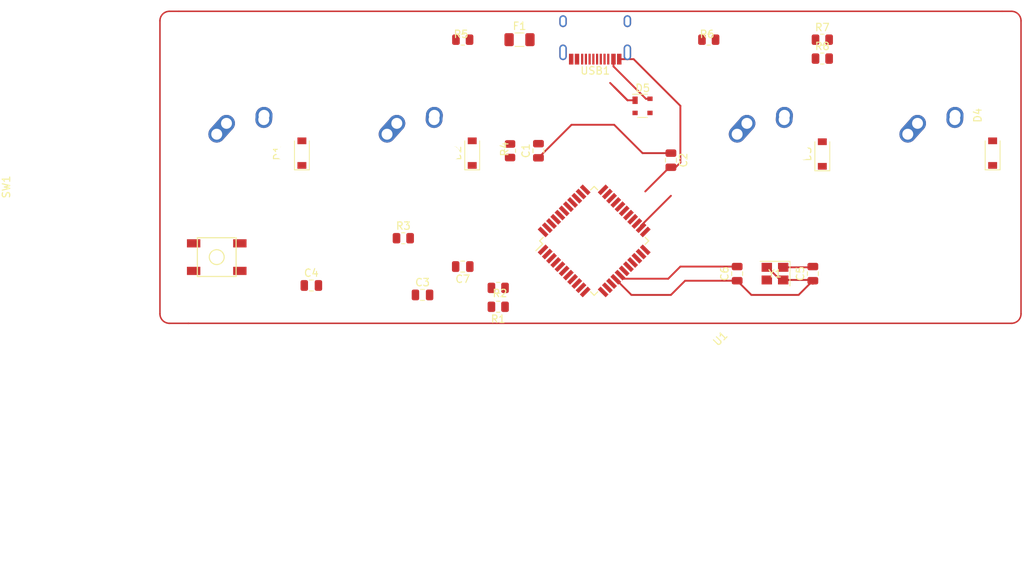
<source format=kicad_pcb>
(kicad_pcb (version 20211014) (generator pcbnew)
  (layers (0 "F.Cu" signal) (31 "B.Cu" signal) (34 "B.Paste" user) (35 "F.Paste" user) (36 "B.SilkS" user "B.Silkscreen") (37 "F.SilkS" user "F.Silkscreen") (38 "B.Mask" user) (39 "F.Mask" user) (44 "Edge.Cuts" user))
  (net 0 "")
  (net 1 "+5V")
  (net 2 "GND")
  (net 3 "Net-(C5-Pad2)")
  (net 4 "Net-(C6-Pad2)")
  (net 5 "Net-(C7-Pad1)")
  (net 6 "ROW0")
  (net 7 "Net-(D1-Pad2)")
  (net 8 "ROW1")
  (net 9 "Net-(D2-Pad2)")
  (net 10 "Net-(D3-Pad2)")
  (net 11 "Net-(D4-Pad2)")
  (net 12 "Net-(D5-Pad2)")
  (net 13 "Net-(D5-Pad3)")
  (net 14 "VCC")
  (net 15 "COL0")
  (net 16 "COL1")
  (net 17 "D-")
  (net 18 "Net-(R1-Pad2)")
  (net 19 "D+")
  (net 20 "Net-(R2-Pad2)")
  (net 23 "Net-(R4-Pad1)")
  (net 24 "Net-(R5-Pad1)")
  (net 25 "Net-(R6-Pad1)")
  (net 26 "Net-(SW1-Pad2)")
  (footprint "Resistor_SMD:R_0805_2012Metric" (layer "F.Cu") (at 144.78 38.1)
    (fp_text reference "R5" (at -0.227064 -0.735) (layer "F.SilkS"))
    (fp_text value "5.1k")
    (fp_line (start -0.227064 -0.735) (end 0.227064 -0.735) (layer "F.SilkS") (width 0.12))
    (fp_line (start -0.227064 0.735) (end 0.227064 0.735) (layer "F.SilkS") (width 0.12))
    (pad "1" smd roundrect (at -0.9125 0) (size 1.025 1.4) (layers "F.Cu" "F.Paste" "F.Mask") (roundrect_rratio 0.243902) (net 24 "Net-(R5-Pad1)"))
    (pad "2" smd roundrect (at 0.9125 0) (size 1.025 1.4) (layers "F.Cu" "F.Paste" "F.Mask") (roundrect_rratio 0.243902) (net 2 "GND"))
  )
  (footprint "Resistor_SMD:R_0805_2012Metric" (layer "F.Cu") (at 149.54 71.44 180)
    (fp_text reference "R2" (at -0.227064 -0.735) (layer "F.SilkS"))
    (fp_text value "22")
    (fp_line (start -0.227064 0.735) (end 0.227064 0.735) (layer "F.SilkS") (width 0.12))
    (fp_line (start -0.227064 -0.735) (end 0.227064 -0.735) (layer "F.SilkS") (width 0.12))
    (pad "1" smd roundrect (at -0.9125 0 180) (size 1.025 1.4) (layers "F.Cu" "F.Paste" "F.Mask") (roundrect_rratio 0.243902) (net 19 "D+"))
    (pad "2" smd roundrect (at 0.9125 0 180) (size 1.025 1.4) (layers "F.Cu" "F.Paste" "F.Mask") (roundrect_rratio 0.243902) (net 20 "Net-(R2-Pad2)"))
  )
  (footprint "Resistor_SMD:R_0805_2012Metric" (layer "F.Cu") (at 177.8 38.1)
    (fp_text reference "R6" (at -0.227064 -0.735 180) (layer "F.SilkS"))
    (fp_text value "5.1k")
    (fp_line (start -0.227064 0.735) (end 0.227064 0.735) (layer "F.SilkS") (width 0.12))
    (fp_line (start -0.227064 -0.735) (end 0.227064 -0.735) (layer "F.SilkS") (width 0.12))
    (pad "1" smd roundrect (at -0.9125 0) (size 1.025 1.4) (layers "F.Cu" "F.Paste" "F.Mask") (roundrect_rratio 0.243902) (net 25 "Net-(R6-Pad1)"))
    (pad "2" smd roundrect (at 0.9125 0) (size 1.025 1.4) (layers "F.Cu" "F.Paste" "F.Mask") (roundrect_rratio 0.243902) (net 2 "GND"))
  )
  (footprint "Diode_SMD:D_SOD-123" (layer "F.Cu") (at 146.05 53.34 90)
    (fp_text reference "D2" (at 0 -2 90) (layer "F.SilkS"))
    (fp_text value "SOD-123")
    (fp_line (start -2.25 -1) (end -2.25 1) (layer "F.SilkS") (width 0.12))
    (fp_line (start -2.25 -1) (end 1.65 -1) (layer "F.SilkS") (width 0.12))
    (fp_line (start -2.25 1) (end 1.65 1) (layer "F.SilkS") (width 0.12))
    (pad "1" smd rect (at -1.65 0 90) (size 0.9 1.2) (layers "F.Cu" "F.Paste" "F.Mask") (net 8 "ROW1"))
    (pad "2" smd rect (at 1.65 0 90) (size 0.9 1.2) (layers "F.Cu" "F.Paste" "F.Mask") (net 9 "Net-(D2-Pad2)"))
  )
  (footprint "Capacitor_SMD:C_0805_2012Metric" (layer "F.Cu") (at 191.77 69.53 90)
    (fp_text reference "C5" (at 0 -1.68 90) (layer "F.SilkS"))
    (fp_text value "22pF")
    (fp_line (start -0.261252 0.735) (end 0.261252 0.735) (layer "F.SilkS") (width 0.12))
    (fp_line (start -0.261252 -0.735) (end 0.261252 -0.735) (layer "F.SilkS") (width 0.12))
    (pad "1" smd roundrect (at -0.95 0 90) (size 1 1.45) (layers "F.Cu" "F.Paste" "F.Mask") (net 2 "GND"))
    (pad "2" smd roundrect (at 0.95 0 90) (size 1 1.45) (layers "F.Cu" "F.Paste" "F.Mask") (net 3 "Net-(C5-Pad2)"))
  )
  (footprint "Capacitor_SMD:C_0805_2012Metric" (layer "F.Cu") (at 144.78 68.58 180)
    (fp_text reference "C7" (at 0 -1.68) (layer "F.SilkS"))
    (fp_text value "1uF")
    (fp_line (start -0.261252 -0.735) (end 0.261252 -0.735) (layer "F.SilkS") (width 0.12))
    (fp_line (start -0.261252 0.735) (end 0.261252 0.735) (layer "F.SilkS") (width 0.12))
    (pad "1" smd roundrect (at -0.95 0 180) (size 1 1.45) (layers "F.Cu" "F.Paste" "F.Mask") (net 5 "Net-(C7-Pad1)"))
    (pad "2" smd roundrect (at 0.95 0 180) (size 1 1.45) (layers "F.Cu" "F.Paste" "F.Mask") (net 2 "GND"))
  )
  (footprint "Diode_SMD:D_SOD-123" (layer "F.Cu") (at 123.19 53.34 90)
    (fp_text reference "D1" (at 0 -3.27 90) (layer "F.SilkS"))
    (fp_text value "SOD-123")
    (fp_line (start -2.25 1) (end 1.65 1) (layer "F.SilkS") (width 0.12))
    (fp_line (start -2.25 -1) (end -2.25 1) (layer "F.SilkS") (width 0.12))
    (fp_line (start -2.25 -1) (end 1.65 -1) (layer "F.SilkS") (width 0.12))
    (pad "1" smd rect (at -1.65 0 90) (size 0.9 1.2) (layers "F.Cu" "F.Paste" "F.Mask") (net 6 "ROW0"))
    (pad "2" smd rect (at 1.65 0 90) (size 0.9 1.2) (layers "F.Cu" "F.Paste" "F.Mask") (net 7 "Net-(D1-Pad2)"))
  )
  (footprint "Capacitor_SMD:C_0805_2012Metric" (layer "F.Cu") (at 124.46 71.12)
    (fp_text reference "C4" (at 0 -1.68) (layer "F.SilkS"))
    (fp_text value "10uF")
    (fp_line (start -0.261252 0.735) (end 0.261252 0.735) (layer "F.SilkS") (width 0.12))
    (fp_line (start -0.261252 -0.735) (end 0.261252 -0.735) (layer "F.SilkS") (width 0.12))
    (pad "1" smd roundrect (at -0.95 0) (size 1 1.45) (layers "F.Cu" "F.Paste" "F.Mask") (net 1 "+5V"))
    (pad "2" smd roundrect (at 0.95 0) (size 1 1.45) (layers "F.Cu" "F.Paste" "F.Mask") (net 2 "GND"))
  )
  (footprint "Fuse:Fuse_1206_3216Metric" (layer "F.Cu") (at 152.4 38.1)
    (fp_text reference "F1" (at 0 -1.82) (layer "F.SilkS"))
    (fp_text value "500m")
    (fp_line (start -0.602064 0.91) (end 0.602064 0.91) (layer "F.SilkS") (width 0.12))
    (fp_line (start -0.602064 -0.91) (end 0.602064 -0.91) (layer "F.SilkS") (width 0.12))
    (pad "1" smd roundrect (at -1.4 0) (size 1.25 1.75) (layers "F.Cu" "F.Paste" "F.Mask") (roundrect_rratio 0.2) (net 14 "VCC"))
    (pad "2" smd roundrect (at 1.4 0) (size 1.25 1.75) (layers "F.Cu" "F.Paste" "F.Mask") (roundrect_rratio 0.2) (net 1 "+5V"))
  )
  (footprint "Diode_SMD:D_SOD-123" (layer "F.Cu") (at 215.9 53.34 90)
    (fp_text reference "D4" (at 5.08 -2 90) (layer "F.SilkS"))
    (fp_text value "SOD-123")
    (fp_line (start -2.25 -1) (end -2.25 1) (layer "F.SilkS") (width 0.12))
    (fp_line (start -2.25 -1) (end 1.65 -1) (layer "F.SilkS") (width 0.12))
    (fp_line (start -2.25 1) (end 1.65 1) (layer "F.SilkS") (width 0.12))
    (pad "1" smd rect (at -1.65 0 90) (size 0.9 1.2) (layers "F.Cu" "F.Paste" "F.Mask") (net 8 "ROW1"))
    (pad "2" smd rect (at 1.65 0 90) (size 0.9 1.2) (layers "F.Cu" "F.Paste" "F.Mask") (net 11 "Net-(D4-Pad2)"))
  )
  (footprint "MX_Alps_Hybrid:MX-1U-NoLED" (layer "F.Cu") (at 185.42 53.34)
    (fp_text reference "MX3")
    (fp_text value "MX-NoLED")
    (pad "" np_thru_hole circle locked (at 5.08 0 48.0996) (size 1.75 1.75) (drill 1.75) (layers *.Cu *.Mask))
    (pad "" np_thru_hole circle locked (at 0 0) (size 3.9878 3.9878) (drill 3.9878) (layers *.Cu *.Mask))
    (pad "" np_thru_hole circle locked (at -5.08 0 48.0996) (size 1.75 1.75) (drill 1.75) (layers *.Cu *.Mask))
    (pad "1" thru_hole oval locked (at -3.81 -2.54 48.0996) (size 4.211556 2.25) (drill 1.47 (offset 0.980778 0)) (layers *.Cu "B.Mask") (net 16 "COL1"))
    (pad "1" thru_hole circle locked (at -2.5 -4) (size 2.25 2.25) (drill 1.47) (layers *.Cu "B.Mask") (net 16 "COL1"))
    (pad "2" thru_hole circle locked (at 2.54 -5.08) (size 2.25 2.25) (drill 1.47) (layers *.Cu "B.Mask") (net 10 "Net-(D3-Pad2)"))
    (pad "2" thru_hole oval locked (at 2.5 -4.5 86.0548) (size 2.831378 2.25) (drill 1.47 (offset 0.290689 0)) (layers *.Cu "B.Mask") (net 10 "Net-(D3-Pad2)"))
  )
  (footprint "Capacitor_SMD:C_0805_2012Metric" (layer "F.Cu") (at 172.72 54.29 -90)
    (fp_text reference "C2" (at 0 -1.68 90) (layer "F.SilkS"))
    (fp_text value "0.1uF")
    (fp_line (start -0.261252 -0.735) (end 0.261252 -0.735) (layer "F.SilkS") (width 0.12))
    (fp_line (start -0.261252 0.735) (end 0.261252 0.735) (layer "F.SilkS") (width 0.12))
    (pad "1" smd roundrect (at -0.95 0 270) (size 1 1.45) (layers "F.Cu" "F.Paste" "F.Mask") (net 1 "+5V"))
    (pad "2" smd roundrect (at 0.95 0 270) (size 1 1.45) (layers "F.Cu" "F.Paste" "F.Mask") (net 2 "GND"))
  )
  (footprint "MX_Alps_Hybrid:MX-1U-NoLED" (layer "F.Cu") (at 208.32 53.34)
    (fp_text reference "MX4")
    (fp_text value "MX-NoLED")
    (pad "" np_thru_hole circle locked (at -5.08 0 48.0996) (size 1.75 1.75) (drill 1.75) (layers *.Cu *.Mask))
    (pad "" np_thru_hole circle locked (at 0 0) (size 3.9878 3.9878) (drill 3.9878) (layers *.Cu *.Mask))
    (pad "" np_thru_hole circle locked (at 5.08 0 48.0996) (size 1.75 1.75) (drill 1.75) (layers *.Cu *.Mask))
    (pad "1" thru_hole circle locked (at -2.5 -4) (size 2.25 2.25) (drill 1.47) (layers *.Cu "B.Mask") (net 16 "COL1"))
    (pad "1" thru_hole oval locked (at -3.81 -2.54 48.0996) (size 4.211556 2.25) (drill 1.47 (offset 0.980778 0)) (layers *.Cu "B.Mask") (net 16 "COL1"))
    (pad "2" thru_hole circle locked (at 2.54 -5.08) (size 2.25 2.25) (drill 1.47) (layers *.Cu "B.Mask") (net 11 "Net-(D4-Pad2)"))
    (pad "2" thru_hole oval locked (at 2.5 -4.5 86.0548) (size 2.831378 2.25) (drill 1.47 (offset 0.290689 0)) (layers *.Cu "B.Mask") (net 11 "Net-(D4-Pad2)"))
  )
  (footprint "MX_Alps_Hybrid:MX-1U-NoLED" (layer "F.Cu") (at 138.43 53.34)
    (fp_text reference "MX2")
    (fp_text value "MX-NoLED")
    (pad "" np_thru_hole circle locked (at 5.08 0 48.0996) (size 1.75 1.75) (drill 1.75) (layers *.Cu *.Mask))
    (pad "" np_thru_hole circle locked (at 0 0) (size 3.9878 3.9878) (drill 3.9878) (layers *.Cu *.Mask))
    (pad "" np_thru_hole circle locked (at -5.08 0 48.0996) (size 1.75 1.75) (drill 1.75) (layers *.Cu *.Mask))
    (pad "1" thru_hole circle locked (at -2.5 -4) (size 2.25 2.25) (drill 1.47) (layers *.Cu "B.Mask") (net 15 "COL0"))
    (pad "1" thru_hole oval locked (at -3.81 -2.54 48.0996) (size 4.211556 2.25) (drill 1.47 (offset 0.980778 0)) (layers *.Cu "B.Mask") (net 15 "COL0"))
    (pad "2" thru_hole circle locked (at 2.54 -5.08) (size 2.25 2.25) (drill 1.47) (layers *.Cu "B.Mask") (net 9 "Net-(D2-Pad2)"))
    (pad "2" thru_hole oval locked (at 2.5 -4.5 86.0548) (size 2.831378 2.25) (drill 1.47 (offset 0.290689 0)) (layers *.Cu "B.Mask") (net 9 "Net-(D2-Pad2)"))
  )
  (footprint "Capacitor_SMD:C_0805_2012Metric" (layer "F.Cu") (at 139.38 72.39)
    (fp_text reference "C3" (at 0 -1.68) (layer "F.SilkS"))
    (fp_text value "0.1uF")
    (fp_line (start -0.261252 0.735) (end 0.261252 0.735) (layer "F.SilkS") (width 0.12))
    (fp_line (start -0.261252 -0.735) (end 0.261252 -0.735) (layer "F.SilkS") (width 0.12))
    (pad "1" smd roundrect (at -0.95 0) (size 1 1.45) (layers "F.Cu" "F.Paste" "F.Mask") (net 1 "+5V"))
    (pad "2" smd roundrect (at 0.95 0) (size 1 1.45) (layers "F.Cu" "F.Paste" "F.Mask") (net 2 "GND"))
  )
  (footprint "Resistor_SMD:R_0805_2012Metric" (layer "F.Cu") (at 151.13 53.02 90)
    (fp_text reference "R4" (at 0.227064 -0.735 90) (layer "F.SilkS"))
    (fp_text value "10k")
    (fp_line (start -0.227064 -0.735) (end 0.227064 -0.735) (layer "F.SilkS") (width 0.12))
    (fp_line (start -0.227064 0.735) (end 0.227064 0.735) (layer "F.SilkS") (width 0.12))
    (pad "1" smd roundrect (at -0.9125 0 90) (size 1.025 1.4) (layers "F.Cu" "F.Paste" "F.Mask") (roundrect_rratio 0.243902) (net 23 "Net-(R4-Pad1)"))
    (pad "2" smd roundrect (at 0.9125 0 90) (size 1.025 1.4) (layers "F.Cu" "F.Paste" "F.Mask") (roundrect_rratio 0.243902) (net 2 "GND"))
  )
  (footprint "Type-C:HRO-TYPE-C-31-M-12" (layer "F.Cu") (at 162.56 33.02 180)
    (fp_text reference "USB1" (at 0 -9.25) (layer "F.SilkS"))
    (fp_text value "HRO-TYPE-C-31-M-12")
    (pad "" np_thru_hole circle locked (at -2.89 -6.25 180) (size 0.65 0.65) (drill 0.65) (layers *.Cu *.Mask))
    (pad "" np_thru_hole circle locked (at 2.89 -6.25 180) (size 0.65 0.65) (drill 0.65) (layers *.Cu *.Mask))
    (pad "1" smd rect locked (at -3.225 -7.695 180) (size 0.6 1.45) (layers "F.Cu" "F.Paste" "F.Mask") (net 2 "GND"))
    (pad "2" smd rect locked (at -2.45 -7.695 180) (size 0.6 1.45) (layers "F.Cu" "F.Paste" "F.Mask") (net 14 "VCC"))
    (pad "3" smd rect locked (at -1.75 -7.695 180) (size 0.3 1.45) (layers "F.Cu" "F.Paste" "F.Mask"))
    (pad "4" smd rect locked (at -1.25 -7.695 180) (size 0.3 1.45) (layers "F.Cu" "F.Paste" "F.Mask") (net 25 "Net-(R6-Pad1)"))
    (pad "5" smd rect locked (at -0.75 -7.695 180) (size 0.3 1.45) (layers "F.Cu" "F.Paste" "F.Mask") (net 13 "Net-(D5-Pad3)"))
    (pad "6" smd rect locked (at -0.25 -7.695 180) (size 0.3 1.45) (layers "F.Cu" "F.Paste" "F.Mask") (net 13 "Net-(D5-Pad3)"))
    (pad "7" smd rect locked (at 0.25 -7.695 180) (size 0.3 1.45) (layers "F.Cu" "F.Paste" "F.Mask") (net 13 "Net-(D5-Pad3)"))
    (pad "8" smd rect locked (at 0.75 -7.695 180) (size 0.3 1.45) (layers "F.Cu" "F.Paste" "F.Mask") (net 12 "Net-(D5-Pad2)"))
    (pad "9" smd rect locked (at 1.25 -7.695 180) (size 0.3 1.45) (layers "F.Cu" "F.Paste" "F.Mask"))
    (pad "10" smd rect locked (at 1.75 -7.695 180) (size 0.3 1.45) (layers "F.Cu" "F.Paste" "F.Mask") (net 24 "Net-(R5-Pad1)"))
    (pad "11" smd rect locked (at 2.45 -7.695 180) (size 0.6 1.45) (layers "F.Cu" "F.Paste" "F.Mask") (net 14 "VCC"))
    (pad "12" smd rect locked (at 3.225 -7.695 180) (size 0.6 1.45) (layers "F.Cu" "F.Paste" "F.Mask") (net 2 "GND"))
    (pad "13" thru_hole oval locked (at 4.32 -2.6 180) (size 1 1.6) (drill oval 0.6 1.2) (layers *.Cu "B.Mask") (net 2 "GND"))
    (pad "13" thru_hole oval locked (at -4.32 -2.6 180) (size 1 1.6) (drill oval 0.6 1.2) (layers *.Cu "B.Mask") (net 2 "GND"))
    (pad "13" thru_hole oval locked (at 4.32 -6.78 180) (size 1 2.1) (drill oval 0.6 1.7) (layers *.Cu "B.Mask") (net 2 "GND"))
    (pad "13" thru_hole oval locked (at -4.32 -6.78 180) (size 1 2.1) (drill oval 0.6 1.7) (layers *.Cu "B.Mask") (net 2 "GND"))
  )
  (footprint "Resistor_SMD:R_0805_2012Metric" (layer "F.Cu") (at 193.04 38.1)
    (fp_text reference "R7" (at 0 -1.65) (layer "F.SilkS"))
    (fp_text value "22")
    (fp_line (start -0.227064 0.735) (end 0.227064 0.735) (layer "F.SilkS") (width 0.12))
    (fp_line (start -0.227064 -0.735) (end 0.227064 -0.735) (layer "F.SilkS") (width 0.12))
    (pad "1" smd roundrect (at -0.9125 0) (size 1.025 1.4) (layers "F.Cu" "F.Paste" "F.Mask") (roundrect_rratio 0.243902) (net 13 "Net-(D5-Pad3)"))
    (pad "2" smd roundrect (at 0.9125 0) (size 1.025 1.4) (layers "F.Cu" "F.Paste" "F.Mask") (roundrect_rratio 0.243902) (net 17 "D-"))
  )
  (footprint "Diode_SMD:D_SOD-123" (layer "F.Cu") (at 193.04 53.46 90)
    (fp_text reference "D3" (at 0 -2 90) (layer "F.SilkS"))
    (fp_text value "SOD-123")
    (fp_line (start -2.25 -1) (end 1.65 -1) (layer "F.SilkS") (width 0.12))
    (fp_line (start -2.25 -1) (end -2.25 1) (layer "F.SilkS") (width 0.12))
    (fp_line (start -2.25 1) (end 1.65 1) (layer "F.SilkS") (width 0.12))
    (pad "1" smd rect (at -1.65 0 90) (size 0.9 1.2) (layers "F.Cu" "F.Paste" "F.Mask") (net 6 "ROW0"))
    (pad "2" smd rect (at 1.65 0 90) (size 0.9 1.2) (layers "F.Cu" "F.Paste" "F.Mask") (net 10 "Net-(D3-Pad2)"))
  )
  (footprint "Crystal:Crystal_SMD_3225-4Pin_3.2x2.5mm" (layer "F.Cu") (at 186.69 69.530002 180)
    (fp_text reference "Y1" (at 0 0) (layer "F.SilkS"))
    (fp_text value "16MHz")
    (fp_line (start -2 1.65) (end 2 1.65) (layer "F.SilkS") (width 0.12))
    (fp_line (start -2 -1.65) (end -2 1.65) (layer "F.SilkS") (width 0.12))
    (pad "1" smd rect (at -1.1 0.85 180) (size 1.4 1.2) (layers "F.Cu" "F.Paste" "F.Mask") (net 3 "Net-(C5-Pad2)"))
    (pad "2" smd rect (at 1.1 0.85 180) (size 1.4 1.2) (layers "F.Cu" "F.Paste" "F.Mask") (net 2 "GND"))
    (pad "3" smd rect (at 1.1 -0.85 180) (size 1.4 1.2) (layers "F.Cu" "F.Paste" "F.Mask") (net 4 "Net-(C6-Pad2)"))
    (pad "4" smd rect (at -1.1 -0.85 180) (size 1.4 1.2) (layers "F.Cu" "F.Paste" "F.Mask") (net 2 "GND"))
  )
  (footprint "Capacitor_SMD:C_0805_2012Metric" (layer "F.Cu") (at 181.61 69.53 90)
    (fp_text reference "C6" (at 0 -1.68 90) (layer "F.SilkS"))
    (fp_text value "22pF")
    (fp_line (start -0.261252 0.735) (end 0.261252 0.735) (layer "F.SilkS") (width 0.12))
    (fp_line (start -0.261252 -0.735) (end 0.261252 -0.735) (layer "F.SilkS") (width 0.12))
    (pad "1" smd roundrect (at -0.95 0 90) (size 1 1.45) (layers "F.Cu" "F.Paste" "F.Mask") (net 2 "GND"))
    (pad "2" smd roundrect (at 0.95 0 90) (size 1 1.45) (layers "F.Cu" "F.Paste" "F.Mask") (net 4 "Net-(C6-Pad2)"))
  )
  (footprint "Capacitor_SMD:C_0805_2012Metric" (layer "F.Cu") (at 154.94 53.02 90)
    (fp_text reference "C1" (at 0 -1.68 90) (layer "F.SilkS"))
    (fp_text value "0.1uF")
    (fp_line (start -0.261252 0.735) (end 0.261252 0.735) (layer "F.SilkS") (width 0.12))
    (fp_line (start -0.261252 -0.735) (end 0.261252 -0.735) (layer "F.SilkS") (width 0.12))
    (pad "1" smd roundrect (at -0.95 0 90) (size 1 1.45) (layers "F.Cu" "F.Paste" "F.Mask") (net 1 "+5V"))
    (pad "2" smd roundrect (at 0.95 0 90) (size 1 1.45) (layers "F.Cu" "F.Paste" "F.Mask") (net 2 "GND"))
  )
  (footprint "Resistor_SMD:R_0805_2012Metric" (layer "F.Cu") (at 193.04 40.64)
    (fp_text reference "R8" (at 0 -1.65) (layer "F.SilkS"))
    (fp_text value "22")
    (fp_line (start -0.227064 0.735) (end 0.227064 0.735) (layer "F.SilkS") (width 0.12))
    (fp_line (start -0.227064 -0.735) (end 0.227064 -0.735) (layer "F.SilkS") (width 0.12))
    (pad "1" smd roundrect (at -0.9125 0) (size 1.025 1.4) (layers "F.Cu" "F.Paste" "F.Mask") (roundrect_rratio 0.243902) (net 12 "Net-(D5-Pad2)"))
    (pad "2" smd roundrect (at 0.9125 0) (size 1.025 1.4) (layers "F.Cu" "F.Paste" "F.Mask") (roundrect_rratio 0.243902) (net 19 "D+"))
  )
  (footprint "random-keyboard-parts:SKQG-1155865" (layer "F.Cu") (at 111.76 67.31)
    (fp_text reference "SW1" (at -28.241 -9.425 90) (layer "F.SilkS"))
    (fp_text value "SW_Push")
    (fp_line (start 2.6 -2.6) (end 2.6 2.6) (layer "F.SilkS") (width 0.15))
    (fp_line (start -2.6 -2.6) (end 2.6 -2.6) (layer "F.SilkS") (width 0.15))
    (fp_line (start -2.6 2.6) (end -2.6 -2.6) (layer "F.SilkS") (width 0.15))
    (fp_line (start 2.6 2.6) (end -2.6 2.6) (layer "F.SilkS") (width 0.15))
    (fp_circle (center 0 0) (end 1 0) (layer "F.SilkS") (width 0.15) (fill none))
    (pad "1" smd rect locked (at 3.1 1.85) (size 1.8 1.1) (layers "F.Cu" "F.Paste" "F.Mask") (net 2 "GND"))
    (pad "2" smd rect locked (at -3.1 -1.85) (size 1.8 1.1) (layers "F.Cu" "F.Paste" "F.Mask") (net 26 "Net-(SW1-Pad2)"))
    (pad "3" smd rect locked (at 3.1 -1.85) (size 1.8 1.1) (layers "F.Cu" "F.Paste" "F.Mask"))
    (pad "4" smd rect locked (at -3.1 1.85) (size 1.8 1.1) (layers "F.Cu" "F.Paste" "F.Mask"))
  )
  (footprint "Package_TO_SOT_SMD:SOT-143" (layer "F.Cu") (at 168.91 46.99)
    (fp_text reference "D5" (at 0.02 -2.38) (layer "F.SilkS"))
    (fp_text value "PRTR5V0U2X")
    (fp_line (start -0.65 1.56) (end 0.65 1.56) (layer "F.SilkS") (width 0.12))
    (fp_line (start 0.65 -1.56) (end -1.35 -1.56) (layer "F.SilkS") (width 0.12))
    (pad "1" smd rect (at -1 -0.75) (size 0.7 1) (layers "F.Cu" "F.Paste" "F.Mask") (net 2 "GND"))
    (pad "2" smd rect (at -1 0.95) (size 0.7 0.6) (layers "F.Cu" "F.Paste" "F.Mask") (net 12 "Net-(D5-Pad2)"))
    (pad "3" smd rect (at 1 0.95) (size 0.7 0.6) (layers "F.Cu" "F.Paste" "F.Mask") (net 13 "Net-(D5-Pad3)"))
    (pad "4" smd rect (at 1 -0.95) (size 0.7 0.6) (layers "F.Cu" "F.Paste" "F.Mask") (net 14 "VCC"))
  )
  (footprint "MX_Alps_Hybrid:MX-1U-NoLED" (layer "F.Cu") (at 115.57 53.34)
    (fp_text reference "MX1")
    (fp_text value "MX-NoLED")
    (pad "" np_thru_hole circle locked (at 0 0) (size 3.9878 3.9878) (drill 3.9878) (layers *.Cu *.Mask))
    (pad "" np_thru_hole circle locked (at 5.08 0 48.0996) (size 1.75 1.75) (drill 1.75) (layers *.Cu *.Mask))
    (pad "" np_thru_hole circle locked (at -5.08 0 48.0996) (size 1.75 1.75) (drill 1.75) (layers *.Cu *.Mask))
    (pad "1" thru_hole oval locked (at -3.81 -2.54 48.0996) (size 4.211556 2.25) (drill 1.47 (offset 0.980778 0)) (layers *.Cu "B.Mask") (net 15 "COL0"))
    (pad "1" thru_hole circle locked (at -2.5 -4) (size 2.25 2.25) (drill 1.47) (layers *.Cu "B.Mask") (net 15 "COL0"))
    (pad "2" thru_hole oval locked (at 2.5 -4.5 86.0548) (size 2.831378 2.25) (drill 1.47 (offset 0.290689 0)) (layers *.Cu "B.Mask") (net 7 "Net-(D1-Pad2)"))
    (pad "2" thru_hole circle locked (at 2.54 -5.08) (size 2.25 2.25) (drill 1.47) (layers *.Cu "B.Mask") (net 7 "Net-(D1-Pad2)"))
  )
  (footprint "Package_QFP:TQFP-44_10x10mm_P0.8mm" (layer "F.Cu") (at 162.42 65.129138 45)
    (fp_text reference "U1" (at 2.679934 21.262225 225) (layer "F.SilkS"))
    (fp_text value "ATmega32U4-A")
    (fp_line (start -5.175 5.175) (end -4.5 5.175) (layer "F.SilkS") (width 0.15))
    (fp_line (start 5.175 -5.175) (end 5.175 -4.5) (layer "F.SilkS") (width 0.15))
    (fp_line (start -5.175 -5.175) (end -4.5 -5.175) (layer "F.SilkS") (width 0.15))
    (fp_line (start 5.175 -5.175) (end 4.5 -5.175) (layer "F.SilkS") (width 0.15))
    (fp_line (start -5.175 -5.175) (end -5.175 -4.6) (layer "F.SilkS") (width 0.15))
    (fp_line (start -5.175 -4.6) (end -6.45 -4.6) (layer "F.SilkS") (width 0.15))
    (fp_line (start 5.175 5.175) (end 4.5 5.175) (layer "F.SilkS") (width 0.15))
    (fp_line (start 5.175 5.175) (end 5.175 4.5) (layer "F.SilkS") (width 0.15))
    (fp_line (start -5.175 5.175) (end -5.175 4.5) (layer "F.SilkS") (width 0.15))
    (pad "1" smd rect (at -5.7 -4 45) (size 1.5 0.55) (layers "F.Cu" "F.Paste" "F.Mask"))
    (pad "2" smd rect (at -5.7 -3.2 45) (size 1.5 0.55) (layers "F.Cu" "F.Paste" "F.Mask") (net 1 "+5V"))
    (pad "3" smd rect (at -5.7 -2.4 45) (size 1.5 0.55) (layers "F.Cu" "F.Paste" "F.Mask") (net 18 "Net-(R1-Pad2)"))
    (pad "4" smd rect (at -5.7 -1.6 45) (size 1.5 0.55) (layers "F.Cu" "F.Paste" "F.Mask") (net 20 "Net-(R2-Pad2)"))
    (pad "5" smd rect (at -5.7 -0.8 45) (size 1.5 0.55) (layers "F.Cu" "F.Paste" "F.Mask") (net 2 "GND"))
    (pad "6" smd rect (at -5.7 0 45) (size 1.5 0.55) (layers "F.Cu" "F.Paste" "F.Mask") (net 5 "Net-(C7-Pad1)"))
    (pad "7" smd rect (at -5.7 0.8 45) (size 1.5 0.55) (layers "F.Cu" "F.Paste" "F.Mask") (net 1 "+5V"))
    (pad "8" smd rect (at -5.7 1.6 45) (size 1.5 0.55) (layers "F.Cu" "F.Paste" "F.Mask"))
    (pad "9" smd rect (at -5.7 2.4 45) (size 1.5 0.55) (layers "F.Cu" "F.Paste" "F.Mask"))
    (pad "10" smd rect (at -5.7 3.2 45) (size 1.5 0.55) (layers "F.Cu" "F.Paste" "F.Mask"))
    (pad "11" smd rect (at -5.7 4 45) (size 1.5 0.55) (layers "F.Cu" "F.Paste" "F.Mask"))
    (pad "12" smd rect (at -4 5.7 135) (size 1.5 0.55) (layers "F.Cu" "F.Paste" "F.Mask"))
    (pad "13" smd rect (at -3.2 5.7 135) (size 1.5 0.55) (layers "F.Cu" "F.Paste" "F.Mask") (net 26 "Net-(SW1-Pad2)"))
    (pad "14" smd rect (at -2.4 5.7 135) (size 1.5 0.55) (layers "F.Cu" "F.Paste" "F.Mask") (net 1 "+5V"))
    (pad "15" smd rect (at -1.6 5.7 135) (size 1.5 0.55) (layers "F.Cu" "F.Paste" "F.Mask") (net 2 "GND"))
    (pad "16" smd rect (at -0.8 5.7 135) (size 1.5 0.55) (layers "F.Cu" "F.Paste" "F.Mask") (net 4 "Net-(C6-Pad2)"))
    (pad "17" smd rect (at 0 5.7 135) (size 1.5 0.55) (layers "F.Cu" "F.Paste" "F.Mask") (net 3 "Net-(C5-Pad2)"))
    (pad "18" smd rect (at 0.8 5.7 135) (size 1.5 0.55) (layers "F.Cu" "F.Paste" "F.Mask"))
    (pad "19" smd rect (at 1.6 5.7 135) (size 1.5 0.55) (layers "F.Cu" "F.Paste" "F.Mask"))
    (pad "20" smd rect (at 2.4 5.7 135) (size 1.5 0.55) (layers "F.Cu" "F.Paste" "F.Mask"))
    (pad "21" smd rect (at 3.2 5.7 135) (size 1.5 0.55) (layers "F.Cu" "F.Paste" "F.Mask"))
    (pad "22" smd rect (at 4 5.7 135) (size 1.5 0.55) (layers "F.Cu" "F.Paste" "F.Mask"))
    (pad "23" smd rect (at 5.7 4 45) (size 1.5 0.55) (layers "F.Cu" "F.Paste" "F.Mask") (net 2 "GND"))
    (pad "24" smd rect (at 5.7 3.2 45) (size 1.5 0.55) (layers "F.Cu" "F.Paste" "F.Mask") (net 1 "+5V"))
    (pad "25" smd rect (at 5.7 2.4 45) (size 1.5 0.55) (layers "F.Cu" "F.Paste" "F.Mask"))
    (pad "26" smd rect (at 5.7 1.6 45) (size 1.5 0.55) (layers "F.Cu" "F.Paste" "F.Mask"))
    (pad "27" smd rect (at 5.7 0.8 45) (size 1.5 0.55) (layers "F.Cu" "F.Paste" "F.Mask"))
    (pad "28" smd rect (at 5.7 0 45) (size 1.5 0.55) (layers "F.Cu" "F.Paste" "F.Mask"))
    (pad "29" smd rect (at 5.7 -0.8 45) (size 1.5 0.55) (layers "F.Cu" "F.Paste" "F.Mask"))
    (pad "30" smd rect (at 5.7 -1.6 45) (size 1.5 0.55) (layers "F.Cu" "F.Paste" "F.Mask"))
    (pad "31" smd rect (at 5.7 -2.4 45) (size 1.5 0.55) (layers "F.Cu" "F.Paste" "F.Mask"))
    (pad "32" smd rect (at 5.7 -3.2 45) (size 1.5 0.55) (layers "F.Cu" "F.Paste" "F.Mask"))
    (pad "33" smd rect (at 5.7 -4 45) (size 1.5 0.55) (layers "F.Cu" "F.Paste" "F.Mask") (net 23 "Net-(R4-Pad1)"))
    (pad "34" smd rect (at 4 -5.7 135) (size 1.5 0.55) (layers "F.Cu" "F.Paste" "F.Mask") (net 1 "+5V"))
    (pad "35" smd rect (at 3.2 -5.7 135) (size 1.5 0.55) (layers "F.Cu" "F.Paste" "F.Mask") (net 2 "GND"))
    (pad "36" smd rect (at 2.4 -5.7 135) (size 1.5 0.55) (layers "F.Cu" "F.Paste" "F.Mask"))
    (pad "37" smd rect (at 1.6 -5.7 135) (size 1.5 0.55) (layers "F.Cu" "F.Paste" "F.Mask"))
    (pad "38" smd rect (at 0.8 -5.7 135) (size 1.5 0.55) (layers "F.Cu" "F.Paste" "F.Mask"))
    (pad "39" smd rect (at 0 -5.7 135) (size 1.5 0.55) (layers "F.Cu" "F.Paste" "F.Mask"))
    (pad "40" smd rect (at -0.8 -5.7 135) (size 1.5 0.55) (layers "F.Cu" "F.Paste" "F.Mask"))
    (pad "41" smd rect (at -1.6 -5.7 135) (size 1.5 0.55) (layers "F.Cu" "F.Paste" "F.Mask"))
    (pad "42" smd rect (at -2.4 -5.7 135) (size 1.5 0.55) (layers "F.Cu" "F.Paste" "F.Mask"))
    (pad "43" smd rect (at -3.2 -5.7 135) (size 1.5 0.55) (layers "F.Cu" "F.Paste" "F.Mask") (net 2 "GND"))
    (pad "44" smd rect (at -4 -5.7 135) (size 1.5 0.55) (layers "F.Cu" "F.Paste" "F.Mask") (net 1 "+5V"))
  )
  (footprint "Resistor_SMD:R_0805_2012Metric" (layer "F.Cu") (at 136.8025 64.77)
    (fp_text reference "R3" (at 0 -1.65) (layer "F.SilkS"))
    (fp_text value "R_Small")
    (fp_line (start -0.227064 -0.735) (end 0.227064 -0.735) (layer "F.SilkS") (width 0.12))
    (fp_line (start -0.227064 0.735) (end 0.227064 0.735) (layer "F.SilkS") (width 0.12))
    (pad "1" smd roundrect (at -0.9125 0) (size 1.025 1.4) (layers "F.Cu" "F.Paste" "F.Mask") (roundrect_rratio 0.243902))
    (pad "2" smd roundrect (at 0.9125 0) (size 1.025 1.4) (layers "F.Cu" "F.Paste" "F.Mask") (roundrect_rratio 0.243902))
  )
  (footprint "Resistor_SMD:R_0805_2012Metric" (layer "F.Cu") (at 149.54 73.98 180)
    (fp_text reference "R1" (at 0 -1.65) (layer "F.SilkS"))
    (fp_text value "22")
    (fp_line (start -0.227064 0.735) (end 0.227064 0.735) (layer "F.SilkS") (width 0.12))
    (fp_line (start -0.227064 -0.735) (end 0.227064 -0.735) (layer "F.SilkS") (width 0.12))
    (pad "1" smd roundrect (at -0.9125 0 180) (size 1.025 1.4) (layers "F.Cu" "F.Paste" "F.Mask") (roundrect_rratio 0.243902) (net 17 "D-"))
    (pad "2" smd roundrect (at 0.9125 0 180) (size 1.025 1.4) (layers "F.Cu" "F.Paste" "F.Mask") (roundrect_rratio 0.243902) (net 18 "Net-(R1-Pad2)"))
  )
  (gr_arc (start 218.44 34.29) (mid 219.338026 34.661974) (end 219.71 35.56) (layer "F.Cu") (width 0.2))
  (gr_line (start 105.41 76.2) (end 107.95 76.2) (layer "F.Cu") (width 0.2))
  (gr_line (start 104.14 74.93) (end 104.14 35.56) (layer "F.Cu") (width 0.2))
  (gr_line (start 106.68 34.29) (end 105.41 34.29) (layer "F.Cu") (width 0.2))
  (gr_line (start 219.71 74.93) (end 219.71 35.56) (layer "F.Cu") (width 0.2))
  (gr_line (start 217.17 34.29) (end 218.44 34.29) (layer "F.Cu") (width 0.2))
  (gr_arc (start 104.14 35.56) (mid 104.511974 34.661974) (end 105.41 34.29) (layer "F.Cu") (width 0.2))
  (gr_arc (start 105.41 76.2) (mid 104.511974 75.828026) (end 104.14 74.93) (layer "F.Cu") (width 0.2))
  (gr_line (start 107.95 76.2) (end 218.44 76.2) (layer "F.Cu") (width 0.2))
  (gr_line (start 217.17 34.29) (end 106.68 34.29) (layer "F.Cu") (width 0.2))
  (gr_arc (start 219.71 74.93) (mid 219.338026 75.828026) (end 218.44 76.2) (layer "F.Cu") (width 0.2))
  (segment (start 172.72 53.631963) (end 172.72 53.34) (width 0.25) (layer "F.Cu") (net 1))
  (segment (start 168.71325 63.361371) (end 168.71325 63.077851) (width 0.25) (layer "F.Cu") (net 1))
  (segment (start 172.72 53.34) (end 168.91 53.34) (width 0.25) (layer "F.Cu") (net 1))
  (segment (start 159.38 49.53) (end 154.94 53.97) (width 0.25) (layer "F.Cu") (net 1))
  (segment (start 168.91 53.34) (end 165.1 49.53) (width 0.25) (layer "F.Cu") (net 1))
  (segment (start 168.71325 63.077851) (end 172.72 59.071101) (width 0.25) (layer "F.Cu") (net 1))
  (segment (start 165.1 49.53) (end 159.38 49.53) (width 0.25) (layer "F.Cu") (net 1))
  (segment (start 181.61 70.48) (end 174.63 70.48) (width 0.25) (layer "F.Cu") (net 2))
  (segment (start 173.99 46.99) (end 173.99 54.61) (width 0.25) (layer "F.Cu") (net 2))
  (segment (start 172.72 72.39) (end 167.41812 72.39) (width 0.25) (layer "F.Cu") (net 2))
  (segment (start 167.41812 72.39) (end 165.319138 70.291018) (width 0.25) (layer "F.Cu") (net 2))
  (segment (start 191.77 70.480001) (end 191.77 70.887257) (width 0.25) (layer "F.Cu") (net 2))
  (segment (start 169.278936 58.487918) (end 172.526854 55.24) (width 0.25) (layer "F.Cu") (net 2))
  (segment (start 173.36 55.24) (end 172.72 55.24) (width 0.25) (layer "F.Cu") (net 2))
  (segment (start 185.59 68.68) (end 185.689999 68.68) (width 0.25) (layer "F.Cu") (net 2))
  (segment (start 191.77 70.48) (end 189.86 72.39) (width 0.25) (layer "F.Cu") (net 2))
  (segment (start 166.89 46.24) (end 164.56048 43.91048) (width 0.25) (layer "F.Cu") (net 2))
  (segment (start 191.669999 70.38) (end 191.77 70.480001) (width 0.25) (layer "F.Cu") (net 2))
  (segment (start 174.63 70.48) (end 172.72 72.39) (width 0.25) (layer "F.Cu") (net 2))
  (segment (start 187.389999 70.38) (end 187.79 70.38) (width 0.25) (layer "F.Cu") (net 2))
  (segment (start 183.52 72.39) (end 181.61 70.48) (width 0.25) (layer "F.Cu") (net 2))
  (segment (start 187.79 70.38) (end 191.669999 70.38) (width 0.25) (layer "F.Cu") (net 2))
  (segment (start 166.89 46.24) (end 165.1 44.45) (width 0.25) (layer "F.Cu") (net 2))
  (segment (start 181.710001 70.380001) (end 181.610001 70.480001) (width 0.25) (layer "F.Cu") (net 2))
  (segment (start 167.91 46.24) (end 166.89 46.24) (width 0.25) (layer "F.Cu") (net 2))
  (segment (start 165.785 40.715) (end 167.715 40.715) (width 0.25) (layer "F.Cu") (net 2))
  (segment (start 167.715 40.715) (end 173.99 46.99) (width 0.25) (layer "F.Cu") (net 2))
  (segment (start 185.689999 68.68) (end 187.389999 70.38) (width 0.25) (layer "F.Cu") (net 2))
  (segment (start 172.526854 55.24) (end 172.72 55.24) (width 0.25) (layer "F.Cu") (net 2))
  (segment (start 173.99 54.61) (end 173.36 55.24) (width 0.25) (layer "F.Cu") (net 2))
  (segment (start 189.86 72.39) (end 183.52 72.39) (width 0.25) (layer "F.Cu") (net 2))
  (segment (start 181.61 70.48) (end 181.61 70.45) (width 0.25) (layer "F.Cu") (net 2))
  (segment (start 187.79 68.68) (end 191.670001 68.680001) (width 0.25) (layer "F.Cu") (net 3))
  (segment (start 191.670001 68.680001) (end 191.77 68.58) (width 0.25) (layer "F.Cu") (net 3))
  (segment (start 181.710002 68.680002) (end 181.61 68.58) (width 0.25) (layer "F.Cu") (net 4))
  (segment (start 181.61 68.58) (end 173.99 68.58) (width 0.25) (layer "F.Cu") (net 4))
  (segment (start 172.361049 70.208951) (end 166.368442 70.208951) (width 0.25) (layer "F.Cu") (net 4))
  (segment (start 173.99 68.58) (end 172.361049 70.208951) (width 0.25) (layer "F.Cu") (net 4))
  (segment (start 166.368442 70.208951) (end 165.884823 69.725332) (width 0.25) (layer "F.Cu") (net 4))
  (segment (start 169.36 46.04) (end 169.91 46.04) (width 0.25) (layer "F.Cu") (net 14))
  (segment (start 165.01 41.69) (end 169.36 46.04) (width 0.25) (layer "F.Cu") (net 14))
  (segment (start 165.01 40.715) (end 165.01 41.69) (width 0.25) (layer "F.Cu") (net 14))
)
</source>
